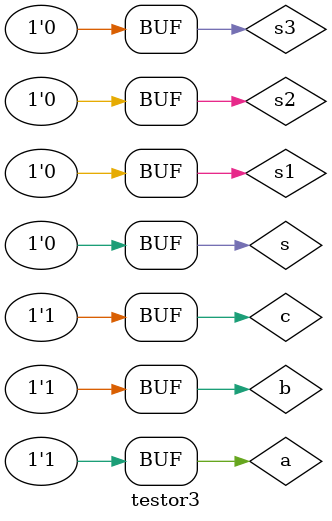
<source format=v>




module or3(output s, input a, input b, input c);

endmodule

//-------------------------
//-- test
//-------------------------

module testor3;
wire s;
reg a,b,c;


not NOT1(s1,a);
not NOT2(s2,b);
not NOT3(s3,c);
and AND1(s,s1,s2,s3);

initial begin:start
a=0 ; b=0; c=0;
end



initial begin: main

$display("Exericicio 05 - Luiz Marques de olveira - 417138");
$display("Porta OR com 3 entradas");
$display("a & b & c = s");
$monitor("%b & %b & %b = %b",a,b,c,s);


#1 a=0 ; b=0 ; c=1;
#1 a=0 ; b=1 ; c=0;
#1 a=0 ; b=1 ; c=1;
#1 a=1 ; b=0 ; c=0;
#1 a=1 ; b=0 ; c=1;
#1 a=1 ; b=1 ; c=0;
#1 a=1 ; b=1 ; c=1;

end
	
	endmodule // testor3

</source>
